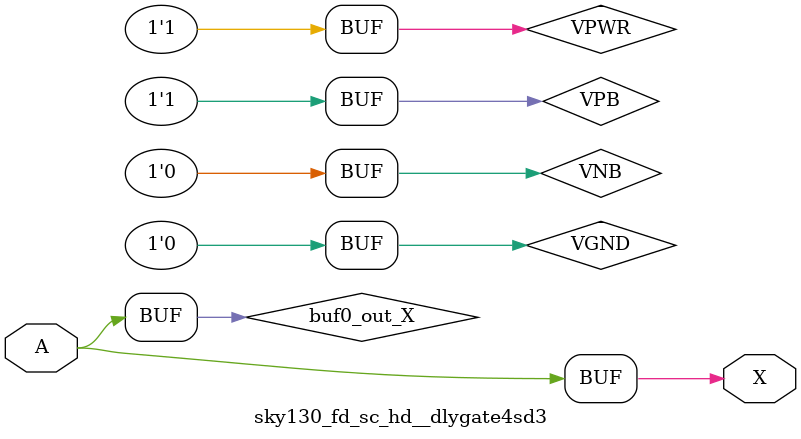
<source format=v>
/*
 * Copyright 2020 The SkyWater PDK Authors
 *
 * Licensed under the Apache License, Version 2.0 (the "License");
 * you may not use this file except in compliance with the License.
 * You may obtain a copy of the License at
 *
 *     https://www.apache.org/licenses/LICENSE-2.0
 *
 * Unless required by applicable law or agreed to in writing, software
 * distributed under the License is distributed on an "AS IS" BASIS,
 * WITHOUT WARRANTIES OR CONDITIONS OF ANY KIND, either express or implied.
 * See the License for the specific language governing permissions and
 * limitations under the License.
 *
 * SPDX-License-Identifier: Apache-2.0
*/


`ifndef SKY130_FD_SC_HD__DLYGATE4SD3_BEHAVIORAL_V
`define SKY130_FD_SC_HD__DLYGATE4SD3_BEHAVIORAL_V

/**
 * dlygate4sd3: Delay Buffer 4-stage 0.50um length inner stage gates.
 *
 * Verilog simulation functional model.
 */

`timescale 1ns / 1ps
`default_nettype none

`celldefine
module sky130_fd_sc_hd__dlygate4sd3 (
    X,
    A
);

    // Module ports
    output X;
    input  A;

    // Module supplies
    supply1 VPWR;
    supply0 VGND;
    supply1 VPB ;
    supply0 VNB ;

    // Local signals
    wire buf0_out_X;

    //  Name  Output      Other arguments
    buf buf0 (buf0_out_X, A              );
    buf buf1 (X         , buf0_out_X     );

endmodule
`endcelldefine

`default_nettype wire
`endif  // SKY130_FD_SC_HD__DLYGATE4SD3_BEHAVIORAL_V
</source>
